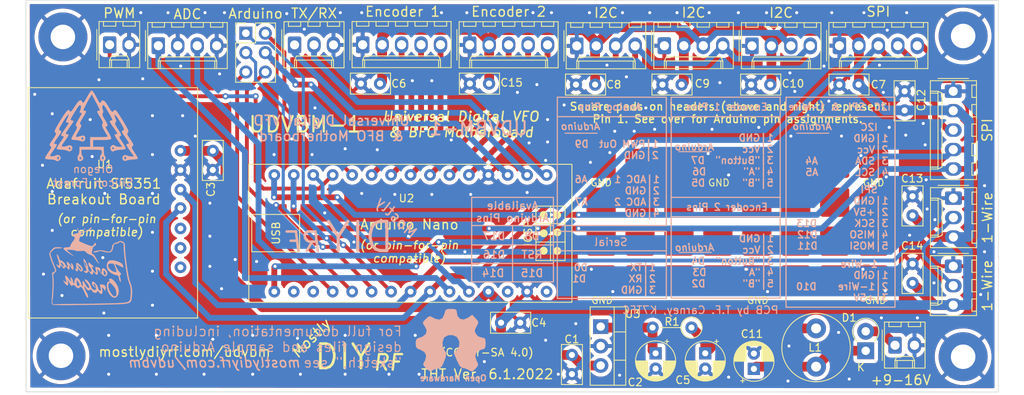
<source format=kicad_pcb>
(kicad_pcb (version 20211014) (generator pcbnew)
  (layers (0 "F.Cu" signal) (31 "B.Cu" signal) (34 "B.Paste" user) (35 "F.Paste" user) (36 "B.SilkS" user "B.Silkscreen") (37 "F.SilkS" user "F.Silkscreen") (38 "B.Mask" user) (39 "F.Mask" user) (44 "Edge.Cuts" user))
  (net 0 "")
  (net 1 "+5V")
  (net 2 "GND")
  (net 3 "Net-(C2-Pad1)")
  (net 4 "Net-(D1-Pad2)")
  (net 5 "/RST")
  (net 6 "/D8")
  (net 7 "/D9")
  (net 8 "/D14")
  (net 9 "/D15")
  (net 10 "/D16")
  (net 11 "/D17")
  (net 12 "/Raw")
  (net 13 "/SDA")
  (net 14 "/SCL")
  (net 15 "/SW1")
  (net 16 "/A(DT)1")
  (net 17 "/B(CLK)1")
  (net 18 "Net-(C5-Pad1)")
  (net 19 "Net-(C11-Pad1)")
  (net 20 "/1wire")
  (net 21 "/MOSI")
  (net 22 "/MISO")
  (net 23 "/SCK")
  (net 24 "/ADC1")
  (net 25 "/ADC2")
  (net 26 "/TX")
  (net 27 "/RX")
  (net 28 "/SW2")
  (net 29 "/A(DT)2")
  (net 30 "/B(CLK)2")
  (net 34 "/+3.3V")
  (net 35 "/AREF")
  (footprint "Capacitor_THT:CP_Radial_D5.0mm_P2.00mm" (layer "F.Cu") (at 271.598 90.040888 -90)
    (fp_text reference "C2")
    (fp_text value "10uF")
  )
  (footprint "Capacitor_THT:C_Disc_D5.0mm_W2.5mm_P2.50mm" (layer "F.Cu") (at 213.813 66.084 90)
    (fp_text reference "C3")
    (fp_text value "0.10")
  )
  (footprint "Capacitor_THT:C_Disc_D5.0mm_W2.5mm_P2.50mm" (layer "F.Cu") (at 253.925 86.043 180)
    (fp_text reference "C4")
    (fp_text value "0.10")
  )
  (footprint "Capacitor_THT:C_Disc_D5.0mm_W2.5mm_P2.50mm" (layer "F.Cu") (at 233.137 54.801)
    (fp_text reference "C6")
    (fp_text value "0.10")
  )
  (footprint "Capacitor_THT:C_Disc_D5.0mm_W2.5mm_P2.50mm" (layer "F.Cu") (at 295.586 54.928)
    (fp_text reference "C7")
    (fp_text value "0.10")
  )
  (footprint "Capacitor_THT:C_Disc_D5.0mm_W2.5mm_P2.50mm" (layer "F.Cu") (at 261.204 54.928)
    (fp_text reference "C8")
    (fp_text value "0.10")
  )
  (footprint "Capacitor_THT:C_Disc_D5.0mm_W2.5mm_P2.50mm" (layer "F.Cu") (at 272.487 54.928)
    (fp_text reference "C9")
    (fp_text value "0.10")
  )
  (footprint "Capacitor_THT:C_Disc_D5.0mm_W2.5mm_P2.50mm" (layer "F.Cu") (at 284.064 54.928)
    (fp_text reference "C10")
    (fp_text value "0.10")
  )
  (footprint "Diode_THT:D_DO-41_SOD81_P2.54mm_Vertical_KathodeUp" (layer "F.Cu") (at 299.015 89.708 90)
    (fp_text reference "D1")
    (fp_text value "1N4001")
  )
  (footprint "Connector_Molex:Molex_KK-254_AE-6410-02A_1x02_P2.54mm_Vertical" (layer "F.Cu") (at 302.84 88.984)
    (fp_text reference "J1" hide)
    (fp_text value "12VDC")
  )
  (footprint "Connector_Molex:Molex_KK-254_AE-6410-05A_1x05_P2.54mm_Vertical" (layer "F.Cu") (at 233.371 49.721)
    (fp_text reference "Encoder 1")
    (fp_text value "Rotary Encoder 1")
  )
  (footprint "Connector_Molex:Molex_KK-254_AE-6410-04A_1x04_P2.54mm_Vertical" (layer "F.Cu") (at 261.311 49.868)
    (fp_text reference "I2C")
    (fp_text value "I2C Port 1")
  )
  (footprint "Connector_Molex:Molex_KK-254_AE-6410-04A_1x04_P2.54mm_Vertical" (layer "F.Cu") (at 284.171 49.868)
    (fp_text reference "I2C")
    (fp_text value "I2C Port 3")
  )
  (footprint "Connector_Molex:Molex_KK-254_AE-6410-04A_1x04_P2.54mm_Vertical" (layer "F.Cu") (at 272.741 49.848)
    (fp_text reference "I2C")
    (fp_text value "I2C Port 2")
  )
  (footprint "Capacitor_THT:C_Disc_D5.0mm_W2.5mm_P2.50mm" (layer "F.Cu") (at 260.676 90.254 -90)
    (fp_text reference "C1")
    (fp_text value "0.10")
  )
  (footprint "bitx40:Si5351A_Adafruit" (layer "F.Cu") (at 201.339 71.183 90)
    (fp_text reference "U1")
    (fp_text value "Si5351A_Adafruit")
  )
  (footprint "Package_TO_SOT_THT:TO-220-3_Vertical" (layer "F.Cu") (at 264.43 86.551 -90)
    (fp_text reference "U3")
    (fp_text value "LM7805")
  )
  (footprint "Graphics:silicon-forest_12mm" (layer "F.Cu") (at 197.938 61.659)
    (fp_text reference "G***" hide)
    (fp_text value "LOGO" hide)
  )
  (footprint "Capacitor_THT:CP_Radial_D5.0mm_P2.00mm" (layer "F.Cu") (at 278.075 90.040888 -90)
    (fp_text reference "C5")
    (fp_text value "220uF")
  )
  (footprint "Capacitor_THT:C_Disc_D5.0mm_W2.5mm_P2.50mm" (layer "F.Cu") (at 304.095 55.799 -90)
    (fp_text reference "C12")
    (fp_text value "0.10")
  )
  (footprint "MountingHole:MountingHole_3.2mm_M3_Pad" (layer "F.Cu") (at 311.73 90.488)
    (fp_text reference "H1" hide)
    (fp_text value "Mounting_Hole_4-40")
  )
  (footprint "MountingHole:MountingHole_3.2mm_M3_Pad" (layer "F.Cu") (at 194.25 48.7)
    (fp_text reference "H2" hide)
    (fp_text value "Mounting_Hole_4-40")
  )
  (footprint "MountingHole:MountingHole_3.2mm_M3_Pad" (layer "F.Cu") (at 194.001 90.361)
    (fp_text reference "H3" hide)
    (fp_text value "Mounting_Hole_4-40")
  )
  (footprint "MountingHole:MountingHole_3.2mm_M3_Pad" (layer "F.Cu") (at 311.73 48.578)
    (fp_text reference "H4" hide)
    (fp_text value "Mounting_Hole_4-40")
  )
  (footprint "Connector_Molex:Molex_KK-254_AE-6410-03A_1x03_P2.54mm_Vertical" (layer "F.Cu") (at 310.46 69.769 -90)
    (fp_text reference "1-Wire")
    (fp_text value "One-Wire Port 1")
  )
  (footprint "Connector_Molex:Molex_KK-254_AE-6410-02A_1x02_P2.54mm_Vertical" (layer "F.Cu") (at 200.351 49.721)
    (fp_text reference "PWM")
    (fp_text value "PWM Out")
  )
  (footprint "Connector_Molex:Molex_KK-254_AE-6410-05A_1x05_P2.54mm_Vertical" (layer "F.Cu") (at 295.586 49.848)
    (fp_text reference "SPI")
    (fp_text value "SPI Port 1")
  )
  (footprint "Connector_Molex:Molex_KK-254_AE-6410-03A_1x03_P2.54mm_Vertical" (layer "F.Cu") (at 310.44 78.659 -90)
    (fp_text reference "1-Wire")
    (fp_text value "One-Wire Port 2")
  )
  (footprint "Connector_Molex:Molex_KK-254_AE-6410-05A_1x05_P2.54mm_Vertical" (layer "F.Cu") (at 310.44 55.799 -90)
    (fp_text reference "SPI")
    (fp_text value "SPI Port 2")
  )
  (footprint "Inductor_THT:L_Radial_D8.7mm_P5.00mm_Fastron_07HCP" (layer "F.Cu") (at 292.538 86.787 -90)
    (fp_text reference "L1")
    (fp_text value "1.0mH")
  )
  (footprint "Resistor_THT:R_Axial_DIN0207_L6.3mm_D2.5mm_P5.08mm_Vertical" (layer "F.Cu") (at 276.282 86.678 180)
    (fp_text reference "R1")
    (fp_text value "10")
  )
  (footprint "Capacitor_THT:CP_Radial_D5.0mm_P2.00mm" (layer "F.Cu") (at 284.425 92.078113 90)
    (fp_text reference "C11")
    (fp_text value "220uF")
  )
  (footprint "Capacitor_THT:C_Disc_D5.0mm_W2.5mm_P2.50mm" (layer "F.Cu") (at 305.126 69.525 -90)
    (fp_text reference "C13")
    (fp_text value "0.10")
  )
  (footprint "Capacitor_THT:C_Disc_D5.0mm_W2.5mm_P2.50mm" (layer "F.Cu") (at 305.126 78.35 -90)
    (fp_text reference "C14")
    (fp_text value "0.10")
  )
  (footprint "Connector_Molex:Molex_KK-254_AE-6410-04A_1x04_P2.54mm_Vertical" (layer "F.Cu") (at 206.701 49.848)
    (fp_text reference "ADC")
    (fp_text value "ADC Inputs")
  )
  (footprint "K7TFC:Isolation_Pad_0.15_Square" (layer "F.Cu") (at 264.486 65.215)
    (fp_text reference "REF**" hide)
    (fp_text value "Isolation_Pad_0.15_Square" hide)
  )
  (footprint "K7TFC:Isolation_Pad_0.15_Square" (layer "F.Cu") (at 269.566 65.215)
    (fp_text reference "REF**" hide)
    (fp_text value "Isolation_Pad_0.15_Square" hide)
  )
  (footprint "K7TFC:Isolation_Pad_0.15_Square" (layer "F.Cu") (at 274.646 65.215)
    (fp_text reference "REF**" hide)
    (fp_text value "Isolation_Pad_0.15_Square" hide)
  )
  (footprint "K7TFC:Isolation_Pad_0.15_Square" (layer "F.Cu") (at 294.966 65.215)
    (fp_text reference "REF**" hide)
    (fp_text value "Isolation_Pad_0.15_Square" hide)
  )
  (footprint "K7TFC:Isolation_Pad_0.15_Square" (layer "F.Cu") (at 300.046 65.215)
    (fp_text reference "REF**" hide)
    (fp_text value "Isolation_Pad_0.15_Square" hide)
  )
  (footprint "K7TFC:Isolation_Pad_0.15_Square" (layer "F.Cu") (at 264.486 70.295)
    (fp_text reference "REF**" hide)
    (fp_text value "Isolation_Pad_0.15_Square" hide)
  )
  (footprint "K7TFC:Isolation_Pad_0.15_Square" (layer "F.Cu") (at 269.566 70.295)
    (fp_text reference "REF**" hide)
    (fp_text value "Isolation_Pad_0.15_Square" hide)
  )
  (footprint "K7TFC:Isolation_Pad_0.15_Square" (layer "F.Cu") (at 274.646 70.295)
    (fp_text reference "REF**" hide)
    (fp_text value "Isolation_Pad_0.15_Square" hide)
  )
  (footprint "K7TFC:Isolation_Pad_0.15_Square" (layer "F.Cu") (at 294.966 70.295)
    (fp_text reference "REF**" hide)
    (fp_text value "Isolation_Pad_0.15_Square" hide)
  )
  (footprint "K7TFC:Isolation_Pad_0.15_Square" (layer "F.Cu") (at 300.046 70.295)
    (fp_text reference "REF**" hide)
    (fp_text value "Isolation_Pad_0.15_Square" hide)
  )
  (footprint "K7TFC:Isolation_Pad_0.15_Square" (layer "F.Cu") (at 264.486 75.375)
    (fp_text reference "REF**" hide)
    (fp_text value "Isolation_Pad_0.15_Square" hide)
  )
  (footprint "K7TFC:Isolation_Pad_0.15_Square" (layer "F.Cu") (at 269.566 75.375)
    (fp_text reference "REF**" hide)
    (fp_text value "Isolation_Pad_0.15_Square" hide)
  )
  (footprint "K7TFC:Isolation_Pad_0.15_Square" (layer "F.Cu") (at 274.646 75.375)
    (fp_text reference "REF**" hide)
    (fp_text value "Isolation_Pad_0.15_Square" hide)
  )
  (footprint "K7TFC:Isolation_Pad_0.15_Square" (layer "F.Cu") (at 279.726 75.375)
    (fp_text reference "REF**" hide)
    (fp_text value "Isolation_Pad_0.15_Square" hide)
  )
  (footprint "K7TFC:Isolation_Pad_0.15_Square" (layer "F.Cu") (at 284.806 75.375)
    (fp_text reference "REF**" hide)
    (fp_text value "Isolation_Pad_0.15_Square" hide)
  )
  (footprint "K7TFC:Isolation_Pad_0.15_Square" (layer "F.Cu") (at 289.886 75.375)
    (fp_text reference "REF**" hide)
    (fp_text value "Isolation_Pad_0.15_Square" hide)
  )
  (footprint "K7TFC:Isolation_Pad_0.15_Square" (layer "F.Cu") (at 294.966 75.375)
    (fp_text reference "REF**" hide)
    (fp_text value "Isolation_Pad_0.15_Square" hide)
  )
  (footprint "K7TFC:Isolation_Pad_0.15_Square" (layer "F.Cu") (at 300.046 75.375)
    (fp_text reference "REF**" hide)
    (fp_text value "Isolation_Pad_0.15_Square" hide)
  )
  (footprint "K7TFC:Isolation_Pad_0.15_Square" (layer "F.Cu") (at 264.486 80.455)
    (fp_text reference "REF**" hide)
    (fp_text value "Isolation_Pad_0.15_Square" hide)
  )
  (footprint "K7TFC:Isolation_Pad_0.15_Square" (layer "F.Cu") (at 269.566 80.455)
    (fp_text reference "REF**" hide)
    (fp_text value "Isolation_Pad_0.15_Square" hide)
  )
  (footprint "K7TFC:Isolation_Pad_0.15_Square" (layer "F.Cu") (at 274.646 80.455)
    (fp_text reference "REF**" hide)
    (fp_text value "Isolation_Pad_0.15_Square" hide)
  )
  (footprint "K7TFC:Isolation_Pad_0.15_Square" (layer "F.Cu") (at 279.726 80.455)
    (fp_text reference "REF**" hide)
    (fp_text value "Isolation_Pad_0.15_Square" hide)
  )
  (footprint "K7TFC:Isolation_Pad_0.15_Square" (layer "F.Cu") (at 284.806 80.455)
    (fp_text reference "REF**" hide)
    (fp_text value "Isolation_Pad_0.15_Square" hide)
  )
  (footprint "K7TFC:Isolation_Pad_0.15_Square" (layer "F.Cu") (at 289.886 80.455)
    (fp_text reference "REF**" hide)
    (fp_text value "Isolation_Pad_0.15_Square" hide)
  )
  (footprint "K7TFC:Isolation_Pad_0.15_Square" (layer "F.Cu") (at 294.966 80.455)
    (fp_text reference "REF**" hide)
    (fp_text value "Isolation_Pad_0.15_Square" hide)
  )
  (footprint "K7TFC:Isolation_Pad_0.15_Square" (layer "F.Cu") (at 300.046 80.455)
    (fp_text reference "REF**" hide)
    (fp_text value "Isolation_Pad_0.15_Square" hide)
  )
  (footprint "K7TFC:Isolation_Pad_0.15_Square" (layer "F.Cu") (at 279.726 65.215)
    (fp_text reference "REF**" hide)
    (fp_text value "Isolation_Pad_0.15_Square" hide)
  )
  (footprint "K7TFC:Isolation_Pad_0.15_Square" (layer "F.Cu") (at 289.886 70.295)
    (fp_text reference "REF**" hide)
    (fp_text value "Isolation_Pad_0.15_Square" hide)
  )
  (footprint "K7TFC:Isolation_Pad_0.15_Square" (layer "F.Cu") (at 289.886 65.215)
    (fp_text reference "REF**" hide)
    (fp_text value "Isolation_Pad_0.15_Square" hide)
  )
  (footprint "K7TFC:Isolation_Pad_0.15_Square" (layer "F.Cu") (at 284.806 70.295)
    (fp_text reference "REF**" hide)
    (fp_text value "Isolation_Pad_0.15_Square" hide)
  )
  (footprint "K7TFC:Isolation_Pad_0.15_Square" (layer "F.Cu") (at 279.726 70.295)
    (fp_text reference "REF**" hide)
    (fp_text value "Isolation_Pad_0.15_Square" hide)
  )
  (footprint "K7TFC:Isolation_Pad_0.15_Square" (layer "F.Cu") (at 284.806 65.215)
    (fp_text reference "REF**" hide)
    (fp_text value "Isolation_Pad_0.15_Square" hide)
  )
  (footprint "Graphics:open-hardware_9.5mm" (layer "F.Cu") (at 244.674 88.583)
    (fp_text reference "G***" hide)
    (fp_text value "LOGO" hide)
  )
  (footprint "Connector_PinHeader_2.54mm:PinHeader_2x03_P2.54mm_Vertical" (layer "F.Cu") (at 218.126 48.212)
    (fp_text reference "Arduino")
    (fp_text value "Arduino Pins")
  )
  (footprint "Connector_Molex:Molex_KK-254_AE-6410-05A_1x05_P2.54mm_Vertical" (layer "F.Cu") (at 247.341 49.741)
    (fp_text reference "Encoder 2")
    (fp_text value "Rotary Encoder 2")
  )
  (footprint "Connector_Molex:Molex_KK-254_AE-6410-03A_1x03_P2.54mm_Vertical" (layer "F.Cu") (at 224.481 49.741)
    (fp_text reference "TX/RX")
    (fp_text value "Serial RX/TX")
  )
  (footprint "UDVBM-1:Arduino_Nano" (layer "F.Cu") (at 241.753 74.359 90)
    (fp_text reference "U2")
    (fp_text value "Arduino_Nano")
  )
  (footprint "Capacitor_THT:C_Disc_D5.0mm_W2.5mm_P2.50mm" (layer "F.Cu") (at 247.361 54.801)
    (fp_text reference "C15")
    (fp_text value "0.10")
  )
  (footprint "Graphics:portland_logo_11mm" (layer "B.Cu") (at 197.938 78.677 180)
    (fp_text reference "G***" hide)
    (fp_text value "LOGO" hide)
  )
  (gr_line (start 273.63 56.579) (end 273.63 69.66) (layer "B.SilkS") (width 0.1524))
  (gr_line (start 287.854 56.579) (end 287.854 69.66) (layer "B.SilkS") (width 0.1524))
  (gr_line (start 258.771 56.579) (end 258.771 69.66) (layer "B.SilkS") (width 0.1524))
  (gr_line (start 263.978 61.278) (end 259.787 61.278) (layer "B.SilkS") (width 0.1397))
  (gr_line (start 272.995 56.579) (end 272.995 69.66) (layer "B.SilkS") (width 0.1524))
  (gr_line (start 272.995 59.119) (end 258.771 59.119) (layer "B.SilkS") (width 0.1524))
  (gr_line (start 258.771 56.579) (end 272.995 56.579) (layer "B.SilkS") (width 0.1524))
  (gr_line (start 302.84 84.011) (end 288.616 84.011) (layer "B.SilkS") (width 0.1524))
  (gr_line (start 302.84 56.579) (end 302.84 69.66) (layer "B.SilkS") (width 0.1524))
  (gr_line (start 288.616 56.579) (end 302.84 56.579) (layer "B.SilkS") (width 0.1524))
  (gr_line (start 302.84 59.119) (end 288.616 59.119) (layer "B.SilkS") (width 0.1524))
  (gr_line (start 288.616 56.579) (end 288.616 69.66) (layer "B.SilkS") (width 0.1524))
  (gr_line (start 294.204 61.278) (end 290.013 61.278) (layer "B.SilkS") (width 0.1397))
  (gr_line (start 288.616 83.884) (end 288.616 84.011) (layer "B.SilkS") (width 0.12))
  (gr_line (start 272.995 73.343) (end 258.771 73.343) (layer "B.SilkS") (width 0.1524))
  (gr_line (start 272.995 69.66) (end 272.995 73.343) (layer "B.SilkS") (width 0.1524))
  (gr_line (start 258.771 69.66) (end 258.771 73.343) (layer "B.SilkS") (width 0.1524))
  (gr_line (start 258.263 78.296) (end 247.595 78.296) (layer "B.SilkS") (width 0.1524))
  (gr_rect (start 258.263 69.66) (end 247.595 80.709) (layer "B.SilkS") (width 0.1524) (fill none))
  (gr_line (start 273.63 69.66) (end 273.63 82.741) (layer "B.SilkS") (width 0.1524))
  (gr_line (start 288.616 69.66) (end 288.616 84.011) (layer "B.SilkS") (width 0.1524))
  (gr_line (start 302.84 69.66) (end 302.84 84.011) (layer "B.SilkS") (width 0.1524))
  (gr_line (start 278.837 63.691) (end 274.646 63.691) (layer "B.SilkS") (width 0.1397))
  (gr_line (start 252.929 73.343) (end 252.929 80.709) (layer "B.SilkS") (width 0.1524))
  (gr_line (start 287.854 72.2) (end 273.663 72.2) (layer "B.SilkS") (width 0.1524))
  (gr_line (start 287.887 82.822) (end 273.663 82.822) (layer "B.SilkS") (width 0.1524))
  (gr_line (start 258.263 73.343) (end 247.595 73.343) (layer "B.SilkS") (width 0.1524))
  (gr_line (start 278.87 76.853) (end 274.679 76.853) (layer "B.SilkS") (width 0.1397))
  (gr_line (start 287.854 69.66) (end 273.63 69.66) (layer "B.SilkS") (width 0.1524))
  (gr_line (start 287.854 59.119) (end 273.63 59.119) (layer "B.SilkS") (width 0.1524))
  (gr_line (start 287.854 69.66) (end 287.854 82.741) (layer "B.SilkS") (width 0.1524))
  (gr_line (start 272.995 76.645) (end 258.771 76.645) (layer "B.SilkS") (width 0.1524))
  (gr_rect (start 272.995 74.105) (end 258.771 82.868) (layer "B.SilkS") (width 0.1524) (fill none))
  (gr_line (start 258.263 75.883) (end 247.595 75.883) (layer "B.SilkS") (width 0.1524))
  (gr_line (start 288.616 84.011) (end 288.616 83.884) (layer "B.SilkS") (width 0.12))
  (gr_line (start 273.63 56.579) (end 287.854 56.579) (layer "B.SilkS") (width 0.1524))
  (gr_line (start 189.727 55.326) (end 211.825 55.326) (layer "F.SilkS") (width 0.12))
  (gr_line (start 211.825 85.425) (end 189.727 85.425) (layer "F.SilkS") (width 0.12))
  (gr_line (start 189.727 85.425) (end 189.727 55.326) (layer "F.SilkS") (width 0.12))
  (gr_line (start 211.825 55.326) (end 211.825 85.425) (layer "F.SilkS") (width 0.12))
  (gr_line (start 316.325 43.95) (end 316.325 95.1) (layer "Edge.Cuts") (width 0.05))
  (gr_line (start 189.425 43.9) (end 316.325 43.95) (layer "Edge.Cuts") (width 0.05))
  (gr_line (start 316.325 95.1) (end 189.5 95.025) (layer "Edge.Cuts") (width 0.05))
  (gr_line (start 189.5 95.025) (end 189.425 43.9) (layer "Edge.Cuts") (width 0.05))
  (gr_rect (start 189.425 43.9) (end 316.325 95.1) (layer "Edge.Cuts") (width 0.05) (fill none))
  (gr_text "Arduino" (at 261.819 60.389) (layer "B.SilkS") (effects (font (size 0.9144 0.9144) (thickness 0.1778) italic) (justify mirror)))
  (gr_text "Analog Pins" (at 265.629 57.849) (layer "B.SilkS") (effects (font (size 0.9144 0.9144) (thickness 0.1778)) (justify mirror)))
  (gr_text "1|ADC 1     A6\n2|GND\n3|ADC 2     A7\n4|GND" (at 272.233 69.533) (layer "B.SilkS") (effects (font (size 0.9144 0.9144) (thickness 0.1778)) (justify left mirror)))
  (gr_text "Arduino" (at 292.045 60.389) (layer "B.SilkS") (effects (font (size 0.9144 0.9144) (thickness 0.1778) italic) (justify mirror)))
  (gr_text "  I2C\n1|GND\n2|Vcc\n3|SDA       A4\n4|SCL       A5" (at 302.078 63.437) (layer "B.SilkS") (effects (font (size 0.9144 0.9144) (thickness 0.1778)) (justify left mirror)))
  (gr_text "I2C, SPI, & 1-Wire" (at 295.601 57.849) (layer "B.SilkS") (effects (font (size 0.9144 0.9144) (thickness 0.1778)) (justify mirror)))
  (gr_text "  1-Wire\n1|GND\n2|1-Wire    D10\n3|+5V" (at 302.078 80.582) (layer "B.SilkS") (effects (font (size 0.9144 0.9144) (thickness 0.1778)) (justify left mirror)))
  (gr_text "1|PWM Out  D9\n2|GND" (at 272.106 63.437) (layer "B.SilkS") (effects (font (size 0.9144 0.9144) (thickness 0.1778)) (justify left mirror)))
  (gr_text "Serial" (at 265.756 75.502) (layer "B.SilkS") (effects (font (size 1 1)) (justify mirror)))
  (gr_text "RF" (at 225.751 75.502) (layer "B.SilkS") (effects (font (size 2.54 2.54) (thickness 0.3302) italic) (justify mirror)))
  (gr_text "Universal Digital VFO\n& BFO Motherboard" (at 229.307 60.643) (layer "B.SilkS") (effects (font (size 1.27 1.27) (thickness 0.2032)) (justify mirror)))
  (gr_text "Mostly" (at 237.816 72.327 -45) (layer "B.SilkS") (effects (font (size 1.4224 1.4224) (thickness 0.2032) italic) (justify mirror)))
  (gr_text "Arduino" (at 276.678 63.056) (layer "B.SilkS") (effects (font (size 0.9144 0.9144) (thickness 0.1778) italic) (justify mirror)))
  (gr_text "Open Hardware" (at 245.182 93.282) (layer "B.SilkS") (effects (font (size 0.762 0.762) (thickness 0.1778)) (justify mirror)))
  (gr_text "1|GND\n2|Vcc\n3|{dblquote}Button{dblquote}  D7\n4|{dblquote}A{dblquote}       D6\n5|{dblquote}B{dblquote}       D5" (at 287.092 64.834) (layer "B.SilkS") (effects (font (size 0.9144 0.9144) (thickness 0.1778)) (justify left mirror)))
  (gr_text "D16" (at 250.516 77.153) (layer "B.SilkS") (effects (font (size 1 1) (thickness 0.1778)) (justify mirror)))
  (gr_text "PCB by T.F. Carney, K7TFC" (at 277.44 84.392) (layer "B.SilkS") (effects (font (size 1 1)) (justify mirror)))
  (gr_text "DIY" (at 232.99 74.867) (layer "B.SilkS") (effects (font (size 3.81 3.81) (thickness 0.4064)) (justify mirror)))
  (gr_text "\n1|TX        D0\n2|RX        D1\n3|GND" (at 271.725 79.566) (layer "B.SilkS") (effects (font (size 0.9144 0.9144) (thickness 0.1778)) (justify left mirror)))
  (gr_text "D15" (at 255.469 79.566) (layer "B.SilkS") (effects (font (size 1 1) (thickness 0.1778)) (justify mirror)))
  (gr_text "Available\nArduino Pins" (at 252.929 71.565) (layer "B.SilkS") (effects (font (size 1 1) (thickness 0.1778)) (justify mirror)))
  (gr_text "1|GND\n2|Vcc\n3|{dblquote}Button{dblquote}  D4\n4|{dblquote}A{dblquote}       D3\n5|{dblquote}B{dblquote}       D2" (at 287.125 77.996) (layer "B.SilkS") (effects (font (size 0.9144 0.9144) (thickness 0.1778)) (justify left mirror)))
  (gr_text "  SPI\n1|GND\n2|+5V\n3|SCK       D13\n4|MISO      D12\n5|MOSI      D11" (at 302.078 72.327) (layer "B.SilkS") (effects (font (size 0.9144 0.9144) (thickness 0.1778)) (justify left mirror)))
  (gr_text "mostlydiyrf.com/udvbm" (at 214.067 91.25) (layer "B.SilkS") (effects (font (size 1.27 1.27) (thickness 0.2032) italic) (justify mirror)))
  (gr_text "RST" (at 255.469 77.153) (layer "B.SilkS") (effects (font (size 1 1) (thickness 0.1778)) (justify mirror)))
  (gr_text "Encoder 2 Pins" (at 280.902 70.93) (layer "B.SilkS") (effects (font (size 0.9144 0.9144) (thickness 0.1778)) (justify mirror)))
  (gr_text "UDVBM-1" (at 248.484 60.643) (layer "B.SilkS") (effects (font (size 1.778 1.778) (thickness 0.254)) (justify mirror)))
  (gr_text "D8" (at 255.469 74.74) (layer "B.SilkS") (effects (font (size 1 1) (thickness 0.1778)) (justify mirror)))
  (gr_text "D14" (at 250.389 79.566) (layer "B.SilkS") (effects (font (size 1 1) (thickness 0.1778)) (justify mirror)))
  (gr_text "Arduino" (at 276.711 76.218) (layer "B.SilkS") (effects (font (size 0.9144 0.9144) (thickness 0.1778) italic) (justify mirror)))
  (gr_text "D17" (at 250.516 74.74) (layer "B.SilkS") (effects (font (size 1 1) (thickness 0.1778)) (justify mirror)))
  (gr_text "For full documentation, including\ndesign files and sample Arduino\n{dblquote}sketch,{dblquote} see" (at 238.578 89.218) (layer "B.SilkS") (effects (font (size 1.27 1.27)) (justify left mirror)))
  (gr_text "Encoder 1 Pins" (at 280.869 57.849) (layer "B.SilkS") (effects (font (size 0.9144 0.9144) (thickness 0.1778)) (justify mirror)))
  (gr_text "Universal Digital VFO\n& BFO Motherboard" (at 246.198 60.135) (layer "F.SilkS") (effects (font (size 1.27 1.27) (thickness 0.2032) italic)))
  (gr_text "GND" (at 300.3 83.122) (layer "F.SilkS") (effects (font (size 0.9144 0.9144) (thickness 0.127))))
  (gr_text "GND" (at 264.613 83.122) (layer "F.SilkS") (effects (font (size 0.9144 0.9144) (thickness 0.127))))
  (gr_text "GND" (at 264.486 67.755) (layer "F.SilkS") (effects (font (size 0.9144 0.9144) (thickness 0.127))))
  (gr_text "GND" (at 300.046 67.755) (layer "F.SilkS") (effects (font (size 0.9144 0.9144) (thickness 0.127))))
  (gr_text "GND" (at 279.853 67.755) (layer "F.SilkS") (effects (font (size 0.9144 0.9144) (thickness 0.127))))
  (gr_text "UDVBM-1" (at 225.878 60.135) (layer "F.SilkS") (effects (font (size 2.032 2.032) (thickness 0.2794))))
  (gr_text "Square pads on headers (above and right) represent\nPin 1. See over for Arduino pin assignments." (at 280.996 58.611) (layer "F.SilkS") (effects (font (size 1.016 1.016) (thickness 0.1778))))
  (gr_text "(CC BY-SA 4.0)" (at 249.596 89.93) (layer "F.SilkS") (effects (font (size 1 1))))
  (gr_text "RF" (at 236.673 91.25) (layer "F.SilkS") (effects (font (size 2.032 2.032) (thickness 0.3048) italic)))
  (gr_text "Mostly" (at 226.64 88.075 45) (layer "F.SilkS") (effects (font (size 1.3208 1.3208) (thickness 0.2032) italic)))
  (gr_text "Arduino Nano" (at 239.467 73.216) (layer "F.SilkS") (effects (font (size 1.27 1.27) (thickness 0.1778))))
  (gr_text "Adafruit Si5351\nBreakout Board" (at 199.589 68.898) (layer "F.SilkS") (effects (font (size 1.27 1.27) (thickness 0.1778))))
  (gr_text "(or pin-for-pin\ncompatible)" (at 199.97 73.343) (layer "F.SilkS") (effects (font (size 1.0668 1.0668) (thickness 0.1651) italic)))
  (gr_text "+9-16V" (at 303.602 93.536) (layer "F.SilkS") (effects (font (size 1.27 1.27) (thickness 0.1778))))
  (gr_text "(or pin-for-pin\ncompatible)" (at 239.467 76.772) (layer "F.SilkS") (effects (font (size 1.0668 1.0668) (thickness 0.1651) italic)))
  (gr_text "mostlydiyrf.com/udvbm" (at 210.13 89.853) (layer "F.SilkS") (effects (font (size 1.27 1.27) (thickness 0.1778))))
  (gr_text "DIY" (at 230.8 90.5) (layer "F.SilkS") (effects (font (size 3.175 3.175) (thickness 0.3556))))
  (gr_text "THT Ver. 6.1.2022" (at 249.627 92.774) (layer "F.SilkS") (effects (font (size 1.27 1.27) (thickness 0.1778))))
  (gr_text "GND" (at 284.933 83.122) (layer "F.SilkS") (effects (font (size 0.9144 0.9144) (thickness 0.127))))
  (segment (start 275.281 48.324) (end 275.281 49.848) (width 1.27) (layer "F.Cu") (net 1))
  (segment (start 285.48496 47.91348) (end 286.711 49.13952) (width 1.27) (layer "F.Cu") (net 1))
  (segment (start 213.813 63.584) (end 209.615 63.584) (width 1.27) (layer "F.Cu") (net 1))
  (segment (start 264.43 91.631) (end 262.053 91.631) (width 1.27) (layer "F.Cu") (net 1))
  (segment (start 275.281 49.848) (end 275.281 54.634) (width 1.27) (layer "F.Cu") (net 1))
  (segment (start 263.704 54.928) (end 263.704 50.015) (width 1.27) (layer "F.Cu") (net 1))
  (segment (start 263.851 49.868) (end 263.851 49.404257) (width 1.27) (layer "F.Cu") (net 1))
  (segment (start 251.425 87.714) (end 251.425 86.043) (width 1.27) (layer "F.Cu") (net 1))
  (segment (start 297.03196 47.91848) (end 298.126 49.01252) (width 1.27) (layer "F.Cu") (net 1))
  (segment (start 249.881 54.781) (end 249.861 54.801) (width 1.27) (layer "F.Cu") (net 1))
  (segment (start 277.114965 47.91348) (end 285.48496 47.91348) (width 1.27) (layer "F.Cu") (net 1))
  (segment (start 235.911 54.527) (end 235.637 54.801) (width 1.27) (layer "F.Cu") (net 1))
  (segment (start 286.711 54.781) (end 286.564 54.928) (width 1.27) (layer "F.Cu") (net 1))
  (segment (start 275.281 49.848) (end 275.281 49.747445) (width 1.27) (layer "F.Cu") (net 1))
  (segment (start 249.881 49.282258) (end 248.385222 47.78648) (width 1.27) (layer "F.Cu") (net 1))
  (segment (start 274.392 47.435) (end 275.281 48.324) (width 1.27) (layer "F.Cu") (net 1))
  (segment (start 209.615 63.584) (end 209.594 63.563) (width 1.27) (layer "F.Cu") (net 1))
  (segment (start 310.44 83.739) (end 308.015 83.739) (width 1.27) (layer "F.Cu") (net 1))
  (segment (start 251.425 86.043) (end 251.425 83.6246) (width 1.27) (layer "F.Cu") (net 1))
  (segment (start 298.126 54.888) (end 298.086 54.928) (width 1.27) (layer "F.Cu") (net 1))
  (segment (start 220.29 84.011) (end 215.464 79.185) (width 1.27) (layer "F.Cu") (net 1))
  (segment (start 235.911 49.721) (end 235.911 54.527) (width 1.27) (layer "F.Cu") (net 1))
  (segment (start 215.464 65.235) (end 213.813 63.584) (width 1.27) (layer "F.Cu") (net 1))
  (segment (start 286.711 49.13952) (end 286.711 49.868) (width 1.27) (layer "F.Cu") (net 1))
  (segment (start 307.95 74.849) (end 310.46 74.849) (width 1.27) (layer "F.Cu") (net 1))
  (segment (start 249.881 49.741) (end 249.881 49.282258) (width 1.27) (layer "F.Cu") (net 1))
  (segment (start 248.385222 47.78648) (end 236.70252 47.78648) (width 1.27) (layer "F.Cu") (net 1))
  (segment (start 286.711 49.868) (end 286.711 54.781) (width 1.27) (layer "F.Cu") (net 1))
  (segment (start 247.7474 84.011) (end 220.29 84.011) (width 1.27) (layer "F.Cu") (net 1))
  (segment (start 286.711 49.767445) (end 288.559965 47.91848) (width 1.27) (layer "F.Cu") (net 1))
  (segment (start 251.08204 47.81148) (end 249.881 49.01252) (width 1.27) (layer "F.Cu") (net 1))
  (segment (start 215.464 79.185) (end 215.464 65.235) (width 1.27) (layer "F.Cu") (net 1))
  (segment (start 266.054 47.435) (end 274.392 47.435) (width 1.27) (layer "F.Cu") (net 1))
  (segment (start 275.281 54.634) (end 274.987 54.928) (width 1.27) (layer "F.Cu") (net 1))
  (segment (start 286.711 49.868) (end 286.711 49.767445) (width 1.27) (layer "F.Cu") (net 1))
  (segment (start 262.053 91.631) (end 260.676 90.254) (width 1.27) (layer "F.Cu") (net 1))
  (segment (start 249.7794 81.979) (end 247.7474 84.011) (width 1.27) (layer "F.Cu") (net 1))
  (segment (start 260.676 90.254) (end 253.965 90.254) (width 1.27) (layer "F.Cu") (net 1))
  (segment (start 263.851 49.404257) (end 262.258223 47.81148) (width 1.27) (layer "F.Cu") (net 1))
  (segment (start 263.851 49.868) (end 263.851 49.638) (width 1.27) (layer "F.Cu") (net 1))
  (segment (start 308.015 83.739) (end 305.126 80.85) (width 1.27) (layer "F.Cu") (net 1))
  (segment (start 249.881 49.741) (end 249.881 54.781) (width 1.27) (layer "F.Cu") (net 1))
  (segment (start 251.425 83.6246) (end 249.7794 81.979) (width 1.27) (layer "F.Cu") (net 1))
  (segment (start 235.911 48.578) (end 235.911 49.721) (width 1.27) (layer "F.Cu") (net 1))
  (segment (start 236.70252 47.78648) (end 235.911 48.578) (width 1.27) (layer "F.Cu") (net 1))
  (segment (start 263.851 49.638) (end 266.054 47.435) (width 1.27) (layer "F.Cu") (net 1))
  (segment (start 288.559965 47.91848) (end 297.03196 47.91848) (width 1.27) (layer "F.Cu") (net 1))
  (segment (start 275.281 49.747445) (end 277.114965 47.91348) (width 1.27) (layer "F.Cu") (net 1))
  (segment (start 262.258223 47.81148) (end 251.08204 47.81148) (width 1.27) (layer "F.Cu") (net 1))
  (segment (start 307.95 74.849) (end 305.126 72.025) (width 1.27) (layer "F.Cu") (net 1))
  (segment (start 298.126 49.01252) (end 298.126 49.848) (width 1.27) (layer "F.Cu") (net 1))
  (segment (start 249.881 49.01252) (end 249.881 49.741) (width 1.27) (layer "F.Cu") (net 1))
  (segment (start 298.126 49.848) (end 298.126 54.888) (width 1.27) (layer "F.Cu") (net 1))
  (segment (start 253.965 90.254) (end 251.425 87.714) (width 1.27) (layer "F.Cu") (net 1))
  (segment (start 263.704 50.015) (end 263.851 49.868) (width 1.27) (layer "F.Cu") (net 1))
  (segment (start 298.141 54.928) (end 301.512 58.299) (width 1.27) (layer "B.Cu") (net 1))
  (segment (start 253.729 83.739) (end 251.425 86.043) (width 1.27) (layer "B.Cu") (net 1))
  (segment (start 310.4 58.299) (end 310.44 58.339) (width 0.762) (layer "B.Cu") (net 1))
  (segment (start 311.077 58.339) (end 312.492 59.754) (width 1.27) (layer "B.Cu") (net 1))
  (segment (start 298.086 54.928) (end 298.141 54.928) (width 1.27) (layer "B.Cu") (net 1))
  (segment (start 310.44 83.739) (end 253.729 83.739) (width 1.27) (layer "B.Cu") (net 1))
  (segment (start 312.36952 76.75852) (end 310.46 74.849) (width 1.27) (layer "B.Cu") (net 1))
  (segment (start 312.492 74.732) (end 312.375 74.849) (width 1.27) (layer "B.Cu") (net 1))
  (segment (start 312.492 59.754) (end 312.492 74.732) (width 1.27) (layer "B.Cu") (net 1))
  (segment (start 310.44 83.739) (end 312.355 83.739) (width 1.27) (layer "B.Cu") (net 1))
  (segment (start 312.355 83.739) (end 312.36952 83.72448) (width 1.27) (layer "B.Cu") (net 1))
  (segment (start 312.375 74.849) (end 310.46 74.849) (width 1.27) (layer "B.Cu") (net 1))
  (segment (start 310.535555 58.339) (end 311.077 58.339) (width 1.27) (layer "B.Cu") (net 1))
  (segment (start 301.512 58.299) (end 304.095 58.299) (width 1.27) (layer "B.Cu") (net 1))
  (segment (start 312.36952 83.72448) (end 312.36952 76.75852) (width 1.27) (layer "B.Cu") (net 1))
  (segment (start 304.095 58.299) (end 310.4 58.299) (width 1.27) (layer "B.Cu") (net 1))
  (segment (start 226.767 64.072) (end 221.814 64.072) (width 1.27) (layer "F.Cu") (net 2))
  (via (at 225.751 47.689) (size 0.8) (drill 0.4) (layers "F.Cu" "B.Cu") (net 2))
  (via (at 298.395 64.199) (size 0.8) (drill 0.4) (layers "F.Cu" "B.Cu") (net 2))
  (via (at 258.009 45.53) (size 0.8) (drill 0.4) (layers "F.Cu" "B.Cu") (net 2))
  (via (at 227.148 57.976) (size 0.8) (drill 0.4) (layers "F.Cu" "B.Cu") (net 2))
  (via (at 200.224 92.774) (size 0.8) (drill 0.4) (layers "F.Cu" "B.Cu") (net 2))
  (via (at 314.524 76.772) (size 0.8) (drill 0.4) (layers "F.Cu" "B.Cu") (net 2))
  (via (at 199.462 77.534) (size 0.8) (drill 0.4) (layers "F.Cu" "B.Cu") (net 2))
  (via (at 286.203 81.979) (size 0.8) (drill 0.4) (layers "F.Cu" "B.Cu") (net 2))
  (via (at 274.392 45.53) (size 0.8) (drill 0.4) (layers "F.Cu" "B.Cu") (net 2))
  (via (at 207.971 45.53) (size 0.8) (drill 0.4) (layers "F.Cu" "B.Cu") (net 2))
  (via (at 306.523 60.008) (size 0.8) (drill 0.4) (layers "F.Cu" "B.Cu") (net 2))
  (via (at 314.524 68.136) (size 0.8) (drill 0.4) (layers "F.Cu" "B.Cu") (net 2))
  (via (at 301.316 55.944) (size 0.8) (drill 0.4) (layers "F.Cu" "B.Cu") (net 2))
  (via (at 289.251 61.659) (size 0.8) (drill 0.4) (layers "F.Cu" "B.Cu") (net 2))
  (via (at 205.939 69.152) (size 0.8) (drill 0.4) (layers "F.Cu" "B.Cu") (net 2))
  (via (at 270.328 57.976) (size 0.8) (drill 0.4) (layers "F.Cu" "B.Cu") (net 2))
  (via (at 282.393 45.53) (size 0.8) (drill 0.4) (layers "F.Cu" "B.Cu") (net 2))
  (via (at 209.876 58.992) (size 0.8) (drill 0.4) (layers "F.Cu" "B.Cu") (net 2))
  (via (at 258.898 92.774) (size 0.8) (drill 0.4) (layers "F.Cu" "B.Cu") (net 2))
  (via (at 199.589 84.773) (size 0.8) (drill 0.4) (layers "F.Cu" "B.Cu") (net 2))
  (via (at 246.706 76.772) (size 0.8) (drill 0.4) (layers "F.Cu" "B.Cu") (net 2))
  (via (at 307.92 80.836) (size 0.8) (drill 0.4) (layers "F.Cu" "B.Cu") (net 2))
  (via (at 222.068 70.676) (size 0.8) (drill 0.4) (layers "F.Cu" "B.Cu") (net 2))
  (via (at 286.076 45.53) (size 0.8) (drill 0.4) (layers "F.Cu" "B.Cu") (net 2))
  (via (at 236.8 92.774) (size 0.8) (drill 0.4) (layers "F.Cu" "B.Cu") (net 2))
  (via (at 278.456 63.945) (size 0.8) (drill 0.4) (layers "F.Cu" "B.Cu") (net 2))
  (via (at 226.767 64.072) (size 0.8) (drill 0.4) (layers "F.Cu" "B.Cu") (net 2))
  (via (at 231.085 87.694) (size 0.8) (drill 0.4) (layers "F.Cu" "B.Cu") (net 2))
  (via (at 306.904 67.374) (size 0.8) (drill 0.4) (layers "F.Cu" "B.Cu") (net 2))
  (via (at 288.87 93.663) (size 0.8) (drill 0.4) (layers "F.Cu" "B.Cu") (net 2))
  (via (at 198.954 54.293) (size 0.8) (drill 0.4) (layers "F.Cu" "B.Cu") (net 2))
  (via (at 257.501 62.421) (size 0.8) (drill 0.4) (layers "F.Cu" "B.Cu") (net 2))
  (via (at 259.66 57.595) (size 0.8) (drill 0.4) (layers "F.Cu" "B.Cu") (net 2))
  (via (at 192.858 68.898) (size 0.8) (drill 0.4) (layers "F.Cu" "B.Cu") (net 2))
  (via (at 304.364 45.53) (size 0.8) (drill 0.4) (layers "F.Cu" "B.Cu") (net 2))
  (via (at 223.465 45.657) (size 0.8) (drill 0.4) (layers "F.Cu" "B.Cu") (net 2))
  (via (at 279.98 54.674) (size 0.8) (drill 0.4) (layers "F.Cu" "B.Cu") (net 2))
  (via (at 267.788 53.912) (size 0.8) (drill 0.4) (layers "F.Cu" "B.Cu") (net 2))
  (via (at 257.501 59.5) (size 0.8) (drill 0.4) (layers "F.Cu" "B.Cu") (net 2))
  (via (at 267.28 45.53) (size 0.8) (drill 0.4) (layers "F.Cu" "B.Cu") (net 2))
  (via (at 191.715 79.693) (size 0.8) (drill 0.4) (layers "F.Cu" "B.Cu") (net 2))
  (via (at 300.808 52.388) (size 0.8) (drill 0.4) (layers "F.Cu" "B.Cu") (net 2))
  (via (at 191.588 65.469) (size 0.8) (drill 0.4) (layers "F.Cu" "B.Cu") (net 2))
  (via (at 263.089 65.088) (size 0.8) (drill 0.4) (layers "F.Cu" "B.Cu") (net 2))
  (via (at 214.702 53.531) (size 0.8) (drill 0.4) (layers "F.Cu" "B.Cu") (net 2))
  (via (at 295.855 61.659) (size 0.8) (drill 0.4) (layers "F.Cu" "B.Cu") (net 2))
  (via (at 304.745 74.613) (size 0.8) (drill 0.4) (layers "F.Cu" "B.Cu") (net 2))
  (via (at 231.085 92.774) (size 0.8) (drill 0.4) (layers "F.Cu" "B.Cu") (net 2))
  (via (at 270.836 45.53) (size 0.8) (drill 0.4) (layers "F.Cu" "B.Cu") (net 2))
  (via (at 204.415 45.53) (size 0.8) (drill 0.4) (layers "F.Cu" "B.Cu") (net 2))
  (via (at 192.858 58.738) (size 0.8) (drill 0.4) (layers "F.Cu" "B.Cu") (net 2))
  (via (at 307.031 71.184) (size 0.8) (drill 0.4) (layers "F.Cu" "B.Cu") (net 2))
  (via (at 296.871 93.409) (size 0.8) (drill 0.4) (layers "F.Cu" "B.Cu") (net 2))
  (via (at 214.956 81.598) (size 0.8) (drill 0.4) (layers "F.Cu" "B.Cu") (net 2))
  (via (at 308.047 72.581) (size 0.8) (drill 0.4) (layers "F.Cu" "B.Cu") (net 2))
  (via (at 213.813 88.202) (size 0.8) (drill 0.4) (layers "F.Cu" "B.Cu") (net 2))
  (via (at 283.409 79.058) (size 0.8) (drill 0.4) (layers "F.Cu" "B.Cu") (net 2))
  (via (at 221.814 64.072) (size 0.8) (drill 0.4) (layers "F.Cu" "B.Cu") (net 2))
  (via (at 231.085 63.31) (size 0.8) (drill 0.4) (layers "F.Cu" "B.Cu") (net 2))
  (via (at 205.939 74.232) (size 0.8) (drill 0.4) (layers "F.Cu" "B.Cu") (net 2))
  (via (at 205.939 58.992) (size 0.8) (drill 0.4) (layers "F.Cu" "B.Cu") (net 2))
  (via (at 213.432 70.422) (size 0.8) (drill 0.4) (layers "F.Cu" "B.Cu") (net 2))
  (via (at 205.939 64.072) (size 0.8) (drill 0.4) (layers "F.Cu" "B.Cu") (net 2))
  (via (at 197.811 59.5) (size 0.8) (drill 0.4) (layers "F.Cu" "B.Cu") (net 2))
  (via (at 266.01 81.979) (size 0.8) (drill 0.4) (layers "F.Cu" "B.Cu") (net 2))
  (via (at 281.123 93.155) (size 0.8) (drill 0.4) (layers "F.Cu" "B.Cu") (net 2))
  (via (at 243.658 45.53) (size 0.8) (drill 0.4) (layers "F.Cu" "B.Cu") (net 2))
  (via (at 209.622 52.515) (size 0.8) (drill 0.4) (layers "F.Cu" "B.Cu") (net 2))
  (via (at 304.237 61.532) (size 0.8) (drill 0.4) (layers "F.Cu" "B.Cu") (net 2))
  (via (at 255.088 62.548) (size 0.8) (drill 0.4) (layers "F.Cu" "B.Cu") (net 2))
  (via (at 233.244 45.53) (size 0.8) (drill 0.4) (layers "F.Cu" "B.Cu") (net 2))
  (via (at 240.229 87.694) (size 0.8) (drill 0.4) (layers "F.Cu" "B.Cu") (net 2))
  (via (at 298.649 79.058) (size 0.8) (drill 0.4) (layers "F.Cu" "B.Cu") (net 2))
  (via (at 268.804 61.024) (size 0.8) (drill 0.4) (layers "F.Cu" "B.Cu") (net 2))
  (via (at 206.447 92.774) (size 0.8) (drill 0.4) (layers "F.Cu" "B.Cu") (net 2))
  (via (at 224.862 88.075) (size 0.8) (drill 0.4) (layers "F.Cu" "B.Cu") (net 2))
  (via (at 233.244 69.152) (size 0.8) (drill 0.4) (layers "F.Cu" "B.Cu") (net 2))
  (via (at 242.388 69.279) (size 0.8) (drill 0.4) (layers "F.Cu" "B.Cu") (net 2))
  (via (at 263.216 79.058) (size 0.8) (drill 0.4) (layers "F.Cu" "B.Cu") (net 2))
  (via (at 199.716 69.152) (size 0.8) (drill 0.4) (layers "F.Cu" "B.Cu") (net 2))
  (via (at 265.248 52.388) (size 0.8) (drill 0.4) (layers "F.Cu" "B.Cu") (net 2))
  (via (at 216.734 77.788) (size 0.8) (drill 0.4) (layers "F.Cu" "B.Cu") (net 2))
  (via (at 293.569 52.515) (size 0.8) (drill 0.4) (layers "F.Cu" "B.Cu") (net 2))
  (via (at 198.065 64.326) (size 0.8) (drill 0.4) (layers "F.Cu" "B.Cu") (net 2))
  (via (at 278.583 45.53) (size 0.8) (drill 0.4) (layers "F.Cu" "B.Cu") (net 2))
  (via (at 211.527 61.659) (size 0.8) (drill 0.4) (layers "F.Cu" "B.Cu") (net 2))
  (via (at 290.013 45.53) (size 0.8) (drill 0.4) (layers "F.Cu" "B.Cu") (net 2))
  (via (at 289.759 55.817) (size 0.8) (drill 0.4) (layers "F.Cu" "B.Cu") (net 2))
  (via (at 262.962 45.53) (size 0.8) (drill 0.4) (layers "F.Cu" "B.Cu") (net 2))
  (via (at 246.96 45.53) (size 0.8) (drill 0.4) (layers "F.Cu" "B.Cu") (net 2))
  (via (at 190.572 56.198) (size 0.8) (drill 0.4) (layers "F.Cu" "B.Cu") (net 2))
  (via (at 255.596 45.53) (size 0.8) (drill 0.4) (layers "F.Cu" "B.Cu") (net 2))
  (via (at 301.824 47.816) (size 0.8) (drill 0.4) (layers "F.Cu" "B.Cu") (net 2))
  (via (at 298.776 45.53) (size 0.8) (drill 0.4) (layers "F.Cu" "B.Cu") (net 2))
  (via (at 301.062 85.408) (size 0.8) (drill 0.4) (layers "F.Cu" "B.Cu") (net 2))
  (via (at 200.224 87.694) (size 0.8) (drill 0.4) (layers "F.Cu" "B.Cu") (net 2))
  (via (at 244.928 62.167) (size 0.8) (drill 0.4) (layers "F.Cu" "B.Cu") (net 2))
  (via (at 204.669 54.166) (size 0.8) (drill 0.4) (layers "F.Cu" "B.Cu") (net 2))
  (via (at 215.337 45.53) (size 0.8) (drill 0.4) (layers "F.Cu" "B.Cu") (net 2))
  (via (at 253.564 55.944) (size 0.8) (drill 0.4) (layers "F.Cu" "B.Cu") (net 2))
  (via (at 314.016 82.36) (size 0.8) (drill 0.4) (layers "F.Cu" "B.Cu") (net 2))
  (via (at 265.629 63.818) (size 0.8) (drill 0.4) (layers "F.Cu" "B.Cu") (net 2))
  (via (at 228.418 71.692) (size 0.8) (drill 0.4) (layers "F.Cu" "B.Cu") (net 2))
  (via (at 271.471 60.77) (size 0.8) (drill 0.4) (layers "F.Cu" "B.Cu") (net 2))
  (via (at 219.02 92.774) (size 0.8) (drill 0.4) (layers "F.Cu" "B.Cu") (net 2))
  (via (at 219.02 87.694) (size 0.8) (drill 0.4) (layers "F.Cu" "B.Cu") (net 2))
  (via (at 232.228 75.502) (size 0.8) (drill 0.4) (layers "F.Cu" "B.Cu") (net 2))
  (via (at 288.997 89.091) (size 0.8) (drill 0.4) (layers "F.Cu" "B.Cu") (net 2))
  (via (at 295.474 87.313) (size 0.8) (drill 0.4) (layers "F.Cu" "B.Cu") (net 2))
  (via (at 285.06 60.516) (size 0.8) (drill 0.4) (layers "F.Cu" "B.Cu") (net 2))
  (via (at 212.797 45.53) (size 0.8) (drill 0.4) (layers "F.Cu" "B.Cu") (net 2))
  (via (at 247.468 69.279) (size 0.8) (drill 0.4) (layers "F.Cu" "B.Cu") (net 2))
  (via (at 213.432 78.677) (size 0.8) (drill 0.4) (layers "F.Cu" "B.Cu") (net 2))
  (via (at 301.57 81.852) (size 0.8) (drill 0.4) (layers "F.Cu" "B.Cu") (net 2))
  (via (at 278.964 60.77) (size 0.8) (drill 0.4) (layers "F.Cu" "B.Cu") (net 2))
  (via (at 302.078 60.516) (size 0.8) (drill 0.4) (layers "F.Cu" "B.Cu") (net 2))
  (via (at 225.243 92.774) (size 0.8) (drill 0.4) (layers "F.Cu" "B.Cu") (net 2))
  (via (at 305.761 85.408) (size 0.8) (drill 0.4) (layers "F.Cu" "B.Cu") (net 2))
  (via (at 224.1 62.04) (size 0.8) (drill 0.4) (layers "F.Cu" "B.Cu") (net 2))
  (via (at 194.128 82.487) (size 0.8) (drill 0.4) (layers "F.Cu" "B.Cu") (net 2))
  (via (at 219.528 78.042) (size 0.8) (drill 0.4) (layers "F.Cu" "B.Cu") (net 2))
  (via (at 261.184 86.17) (size 0.8) (drill 0.4) (layers "F.Cu" "B.Cu") (net 2))
  (via (at 213.432 74.74) (size 0.8) (drill 0.4) (layers "F.Cu" "B.Cu") (net 2))
  (via (at 294.585 45.53) (size 0.8) (drill 0.4) (layers "F.Cu" "B.Cu") (net 2))
  (via (at 249.246 91.123) (size 0.8) (drill 0.4) (layers "F.Cu" "B.Cu") (net 2))
  (via (at 257.247 88.329) (size 0.8) (drill 0.4) (layers "F.Cu" "B.Cu") (net 2))
  (via (at 257.247 64.834) (size 0.8) (drill 0.4) (layers "F.Cu" "B.Cu") (net 2))
  (via (at 301.697 66.993) (size 0.8) (drill 0.4) (layers "F.Cu" "B.Cu") (net 2))
  (via (at 266.899 92.901) (size 0.8) (drill 0.4) (layers "F.Cu" "B.Cu") (net 2))
  (via (at 205.939 83.757) (size 0.8) (drill 0.4) (layers "F.Cu" "B.Cu") (net 2))
  (via (at 294.204 57.087) (size 0.8) (drill 0.4) (layers "F.Cu" "B.Cu") (net 2))
  (via (at 230.45 45.53) (size 0.8) (drill 0.4) (layers "F.Cu" "B.Cu") (net 2))
  (via (at 254.834 69.025) (size 0.8) (drill 0.4) (layers "F.Cu" "B.Cu") (net 2))
  (via (at 235.276 63.437) (size 0.8) (drill 0.4) (layers "F.Cu" "B.Cu") (net 2))
  (via (at 242.388 54.42) (size 0.8) (drill 0.4) (layers "F.Cu" "B.Cu") (net 2))
  (via (at 256.104 54.928) (size 0.8) (drill 0.4) (layers "F.Cu" "B.Cu") (net 2))
  (via (at 206.447 87.694) (size 0.8) (drill 0.4) (layers "F.Cu" "B.Cu") (net 2))
  (via (at 266.264 61.024) (size 0.8) (drill 0.4) (layers "F.Cu" "B.Cu") (net 2))
  (via (at 237.562 69.279) (size 0.8) (drill 0.4) (layers "F.Cu" "B.Cu") (net 2))
  (via (at 192.858 73.978) (size 0.8) (drill 0.4) (layers "F.Cu" "B.Cu") (net 2))
  (via (at 239.34 74.74) (size 0.8) (drill 0.4) (layers "F.Cu" "B.Cu") (net 2))
  (via (at 228.672 74.994) (size 0.8) (drill 0.4) (layers "F.Cu" "B.Cu") (net 2))
  (via (at 239.848 54.42) (size 0.8) (drill 0.4) (layers "F.Cu" "B.Cu") (net 2))
  (via (at 281.123 66.739) (size 0.8) (drill 0.4) (layers "F.Cu" "B.Cu") (net 2))
  (via (at 212.67 92.774) (size 0.8) (drill 0.4) (layers "F.Cu" "B.Cu") (net 2))
  (via (at 306.777 62.802) (size 0.8) (drill 0.4) (layers "F.Cu" "B.Cu") (net 2))
  (via (at 289.124 53.404) (size 0.8) (drill 0.4) (layers "F.Cu" "B.Cu") (net 2))
  (via (at 307.92 76.772) (size 0.8) (drill 0.4) (layers "F.Cu" "B.Cu") (net 2))
  (via (at 205.939 79.312) (size 0.8) (drill 0.4) (layers "F.Cu" "B.Cu") (net 2))
  (via (at 240.737 92.774) (size 0.8) (drill 0.4) (layers "F.Cu" "B.Cu") (net 2))
  (segment (start 271.202 86.678) (end 264.557 86.678) (width 1.27) (layer "F.Cu") (net 3))
  (segment (start 264.557 86.678) (end 264.43 86.551) (width 1.27) (layer "F.Cu") (net 3))
  (segment (start 271.202 89.644888) (end 271.598 90.040888) (width 1.27) (layer "F.Cu") (net 3))
  (segment (start 271.202 86.678) (end 271.202 89.644888) (width 1.27) (layer "F.Cu") (net 3))
  (segment (start 301.024 87.168) (end 299.015 87.168) (width 1.27) (layer "F.Cu") (net 4))
  (segment (start 302.84 88.984) (end 301.024 87.168) (width 1.27) (layer "F.Cu") (net 4))
  (segment (start 226.64 54.928) (end 224.608 54.928) (width 0.762) (layer "F.Cu") (net 5))
  (via (at 224.608 54.928) (size 0.8) (drill 0.4) (layers "F.Cu" "B.Cu") (net 5))
  (via (at 226.64 54.928) (size 0.8) (drill 0.4) (layers "F.Cu" "B.Cu") (net 5))
  (segment (start 245.563 60.008) (end 252.294 66.739) (width 0.762) (layer "B.Cu") (net 5))
  (segment (start 224.608 54.694) (end 220.666 50.752) (width 0.762) (layer "B.Cu") (net 5))
  (segment (start 224.608 54.928) (end 224.608 54.694) (width 0.762) (layer "B.Cu") (net 5))
  (segment (start 231.72 60.008) (end 245.563 60.008) (width 0.762) (layer "B.Cu") (net 5))
  (segment (start 226.64 54.928) (end 231.72 60.008) (width 0.762) (layer "B.Cu") (net 5))
  (segment (start 231.9994 66.739) (end 223.15748 57.89708) (width 0.508) (layer "F.Cu") (net 6))
  (segment (start 223.15748 50.70348) (end 220.666 48.212) (width 0.508) (layer "F.Cu") (net 6))
  (segment (start 223.15748 57.89708) (end 223.15748 50.70348) (width 0.508) (layer "F.Cu") (net 6))
  (segment (start 215.464 56.452) (end 203.399 56.452) (width 0.508) (layer "F.Cu") (net 7))
  (segment (start 200.351 53.404) (end 200.351 49.721) (width 0.508) (layer "F.Cu") (net 7))
  (segment (start 203.399 56.452) (end 200.351 53.404) (width 0.508) (layer "F.Cu") (net 7))
  (segment (start 229.4594 66.739) (end 227.6814 68.517) (width 0.508) (layer "F.Cu") (net 7))
  (segment (start 219.401 67.501) (end 219.401 56.452) (width 0.508) (layer "F.Cu") (net 7))
  (segment (start 220.417 68.517) (end 219.401 67.501) (width 0.508) (layer "F.Cu") (net 7))
  (segment (start 227.6814 68.517) (end 220.417 68.517) (width 0.508) (layer "F.Cu") (net 7))
  (via (at 219.401 56.452) (size 0.8) (drill 0.4) (layers "F.Cu" "B.Cu") (net 7))
  (via (at 215.464 56.452) (size 0.8) (drill 0.4) (layers "F.Cu" "B.Cu") (net 7))
  (segment (start 219.401 56.452) (end 215.464 56.452) (width 0.508) (layer "B.Cu") (net 7))
  (segment (start 229.4594 81.979) (end 216.988 69.5076) (width 0.508) (layer "F.Cu") (net 8))
  (segment (start 216.988 69.5076) (end 216.988 54.43) (width 0.508) (layer "F.Cu") (net 8))
  (segment (start 216.988 54.43) (end 218.126 53.292) (width 0.508) (layer "F.Cu") (net 8))
  (segment (start 218.258 55.7) (end 220.666 53.292) (width 0.508) (layer "F.Cu") (net 9))
  (segment (start 218.258 68.2376) (end 218.258 55.7) (width 0.508) (layer "F.Cu") (net 9))
  (segment (start 231.9994 81.979) (end 218.258 68.2376) (width 0.508) (layer "F.Cu") (net 9))
  (segment (start 229.18 76.137) (end 228.164 76.137) (width 0.508) (layer "F.Cu") (net 10))
  (segment (start 234.5394 81.4964) (end 229.18 76.137) (width 0.508) (layer "F.Cu") (net 10))
  (segment (start 234.5394 81.979) (end 234.5394 81.4964) (width 0.508) (layer "F.Cu") (net 10))
  (via (at 228.164 76.137) (size 0.8) (drill 0.4) (layers "F.Cu" "B.Cu") (net 10))
  (segment (start 219.401 54.293) (end 223.004111 57.896111) (width 0.4064) (layer "B.Cu") (net 10))
  (segment (start 219.401 52.027) (end 219.401 54.293) (width 0.4064) (layer "B.Cu") (net 10))
  (segment (start 223.004111 70.977111) (end 228.164 76.137) (width 0.4064) (layer "B.Cu") (net 10))
  (segment (start 218.126 50.752) (end 219.401 52.027) (width 0.4064) (layer "B.Cu") (net 10))
  (segment (start 223.004111 57.896111) (end 223.004111 70.977111) (width 0.4064) (layer "B.Cu") (net 10))
  (segment (start 237.0794 81.979) (end 230.9834 75.883) (width 0.508) (layer "F.Cu") (net 11))
  (segment (start 230.9834 75.883) (end 230.831 75.883) (width 0.508) (layer "F.Cu") (net 11))
  (via (at 230.831 75.883) (size 0.8) (drill 0.4) (layers "F.Cu" "B.Cu") (net 11))
  (segment (start 225.624 53.938398) (end 225.624 70.676) (width 0.4064) (layer "B.Cu") (net 11))
  (segment (start 221.184891 49.499289) (end 225.624 53.938398) (width 0.4064) (layer "B.Cu") (net 11))
  (segment (start 218.126 48.212) (end 219.413289 49.499289) (width 0.4064) (layer "B.Cu") (net 11))
  (segment (start 225.624 70.676) (end 230.831 75.883) (width 0.4064) (layer "B.Cu") (net 11))
  (segment (start 219.413289 49.499289) (end 221.184891 49.499289) (width 0.4064) (layer "B.Cu") (net 11))
  (segment (start 266.391 55.563) (end 259.025 62.929) (width 0.762) (layer "F.Cu") (net 13))
  (segment (start 266.391 49.868) (end 266.391 55.563) (width 0.762) (layer "F.Cu") (net 13))
  (segment (start 259.025 62.929) (end 259.025 67.374) (width 0.762) (layer "F.Cu") (net 13))
  (segment (start 259.025 67.374) (end 248.357 78.042) (width 0.762) (layer "F.Cu") (net 13))
  (segment (start 248.357 78.042) (end 243.5564 78.042) (width 0.762) (layer "F.Cu") (net 13))
  (segment (start 243.5564 78.042) (end 239.6194 81.979) (width 0.762) (layer "F.Cu") (net 13))
  (segment (start 275.535 47.562) (end 277.821 49.848) (width 0.762) (layer "B.Cu") (net 13))
  (segment (start 211.527 70.576) (end 209.594 68.643) (width 0.762) (layer "B.Cu") (net 13))
  (segment (start 211.527 80.836) (end 211.527 70.576) (width 0.762) (layer "B.Cu") (net 13))
  (segment (start 239.6194 81.979) (end 237.8414 83.757) (width 0.762) (layer "B.Cu") (net 13))
  (segment (start 279.50152 48.16748) (end 287.55048 48.16748) (width 0.762) (layer "B.Cu") (net 13))
  (segment (start 214.448 83.757) (end 211.527 80.836) (width 0.762) (layer "B.Cu") (net 13))
  (segment (start 277.821 49.848) (end 279.50152 48.16748) (width 0.762) (layer "B.Cu") (net 13))
  (segment (start 266.391 49.868) (end 268.697 47.562) (width 0.762) (layer "B.Cu") (net 13))
  (segment (start 237.8414 83.757) (end 214.448 83.757) (width 0.762) (layer "B.Cu") (net 13))
  (segment (start 268.697 47.562) (end 275.535 47.562) (width 0.762) (layer "B.Cu") (net 13))
  (segment (start 287.55048 48.16748) (end 289.251 49.868) (width 0.762) (layer "B.Cu") (net 13))
  (segment (start 248.23 79.947) (end 260.295 67.882) (width 0.762) (layer "F.Cu") (net 14))
  (segment (start 242.1594 81.979) (end 244.1914 79.947) (width 0.762) (layer "F.Cu") (net 14))
  (segment (start 260.295 64.072) (end 268.931 55.436) (width 0.762) (layer "F.Cu") (net 14))
  (segment (start 244.1914 79.947) (end 248.23 79.947) (width 0.762) (layer "F.Cu") (net 14))
  (segment (start 260.295 67.882) (end 260.295 64.072) (width 0.762) (layer "F.Cu") (net 14))
  (segment (start 268.931 55.436) (end 268.931 49.868) (width 0.762) (layer "F.Cu") (net 14))
  (segment (start 213.432 85.408) (end 207.717 79.693) (width 0.762) (layer "B.Cu") (net 14))
  (segment (start 242.1594 81.979) (end 238.7304 85.408) (width 0.762) (layer "B.Cu") (net 14))
  (segment (start 207.717 72.933) (end 209.594 71.056) (width 0.762) (layer "B.Cu") (net 14))
  (segment (start 271.197 52.134) (end 278.075 52.134) (width 0.762) (layer "B.Cu") (net 14))
  (segment (start 207.717 79.693) (end 207.717 72.933) (width 0.762) (layer "B.Cu") (net 14))
  (segment (start 238.7304 85.408) (end 213.432 85.408) (width 0.762) (layer "B.Cu") (net 14))
  (segment (start 290.11048 51.54852) (end 291.791 49.868) (width 0.762) (layer "B.Cu") (net 14))
  (segment (start 268.931 49.868) (end 271.197 52.134) (width 0.762) (layer "B.Cu") (net 14))
  (segment (start 278.075 52.134) (end 280.361 49.848) (width 0.762) (layer "B.Cu") (net 14))
  (segment (start 280.361 49.848) (end 282.06152 51.54852) (width 0.762) (layer "B.Cu") (net 14))
  (segment (start 282.06152 51.54852) (end 290.11048 51.54852) (width 0.762) (layer "B.Cu") (net 14))
  (segment (start 238.451 62.8274) (end 238.451 49.721) (width 0.762) (layer "F.Cu") (net 15))
  (segment (start 234.5394 66.739) (end 238.451 62.8274) (width 0.762) (layer "F.Cu") (net 15))
  (segment (start 240.991 62.8274) (end 240.991 49.721) (width 0.762) (layer "F.Cu") (net 16))
  (segment (start 237.0794 66.739) (end 240.991 62.8274) (width 0.762) (layer "F.Cu") (net 16))
  (segment (start 243.531 62.8274) (end 243.531 49.721) (width 0.762) (layer "F.Cu") (net 17))
  (segment (start 239.6194 66.739) (end 243.531 62.8274) (width 0.762) (layer "F.Cu") (net 17))
  (segment (start 292.538 86.787) (end 281.328888 86.787) (width 1.27) (layer "F.Cu") (net 18))
  (segment (start 278.075 88.471) (end 276.282 86.678) (width 1.27) (layer "F.Cu") (net 18))
  (segment (start 281.328888 86.787) (end 278.075 90.040888) (width 1.27) (layer "F.Cu") (net 18))
  (segment (start 278.075 90.040888) (end 278.075 88.471) (width 1.27) (layer "F.Cu") (net 18))
  (segment (start 284.716113 91.787) (end 284.425 92.078113) (width 1.27) (layer "F.Cu") (net 19))
  (segment (start 294.617 89.708) (end 292.538 91.787) (width 1.27) (layer "F.Cu") (net 19))
  (segment (start 292.538 91.787) (end 284.716113 91.787) (width 1.27) (layer "F.Cu") (net 19))
  (segment (start 299.015 89.708) (end 294.617 89.708) (width 1.27) (layer "F.Cu") (net 19))
  (segment (start 228.134911 69.503911) (end 234.26 75.629) (width 0.508) (layer "B.Cu") (net 20))
  (segment (start 241.88 75.629) (end 244.166 77.915) (width 0.508) (layer "B.Cu") (net 20))
  (segment (start 304.4365 76.1915) (end 306.5775 76.1915) (width 0.508) (layer "B.Cu") (net 20))
  (segment (start 306.5775 77.3365) (end 306.5775 76.1915) (width 0.508) (layer "B.Cu") (net 20))
  (segment (start 310.44 81.199) (end 306.5775 77.3365) (width 0.508) (layer "B.Cu") (net 20))
  (segment (start 244.166 77.915) (end 302.713 77.915) (width 0.508) (layer "B.Cu") (net 20))
  (segment (start 302.713 77.915) (end 304.4365 76.1915) (width 0.508) (layer "B.Cu") (net 20))
  (segment (start 306.5775 76.1915) (end 310.46 72.309) (width 0.508) (layer "B.Cu") (net 20))
  (segment (start 226.9194 66.739) (end 228.134911 67.954511) (width 0.508) (layer "B.Cu") (net 20))
  (segment (start 228.134911 67.954511) (end 228.134911 69.503911) (width 0.508) (layer "B.Cu") (net 20))
  (segment (start 234.26 75.629) (end 241.88 75.629) (width 0.508) (layer "B.Cu") (net 20))
  (segment (start 305.746 49.848) (end 306.396 49.848) (width 0.762) (layer "F.Cu") (net 21))
  (segment (start 224.354 71.625631) (end 226.452369 73.724) (width 0.762) (layer "F.Cu") (net 21))
  (segment (start 313.127 52.769) (end 314.778 54.42) (width 0.762) (layer "F.Cu") (net 21))
  (segment (start 314.778 54.42) (end 314.778 64.199) (width 0.762) (layer "F.Cu") (net 21))
  (segment (start 313.018 65.959) (end 310.44 65.959) (width 0.762) (layer "F.Cu") (net 21))
  (segment (start 226.452369 73.724) (end 249.881 73.724) (width 0.762) (layer "F.Cu") (net 21))
  (segment (start 224.354 70.803) (end 224.354 71.625631) (width 0.762) (layer "F.Cu") (net 21))
  (segment (start 314.778 64.199) (end 313.018 65.959) (width 0.762) (layer "F.Cu") (net 21))
  (segment (start 306.396 49.848) (end 309.317 52.769) (width 0.762) (layer "F.Cu") (net 21))
  (segment (start 309.317 52.769) (end 313.127 52.769) (width 0.762) (layer "F.Cu") (net 21))
  (segment (start 261.565 73.724) (end 256.231 73.724) (width 0.762) (layer "F.Cu") (net 21))
  (via (at 224.354 70.803) (size 0.8) (drill 0.4) (layers "F.Cu" "B.Cu") (net 21))
  (via (at 249.881 73.724) (size 0.8) (drill 0.4) (layers "F.Cu" "B.Cu") (net 21))
  (via (at 256.231 73.724) (size 0.8) (drill 0.4) (layers "F.Cu" "B.Cu") (net 21))
  (via (at 261.565 73.724) (size 0.8) (drill 0.4) (layers "F.Cu" "B.Cu") (net 21))
  (segment (start 224.354 70.803) (end 224.354 66.7644) (width 0.762) (layer "B.Cu") (net 21))
  (segment (start 261.565 73.724) (end 293.315 73.724) (width 0.762) (layer "B.Cu") (net 21))
  (segment (start 293.315 73.724) (end 301.08 65.959) (width 0.762) (layer "B.Cu") (net 21))
  (segment (start 301.08 65.959) (end 310.44 65.959) (width 0.762) (layer "B.Cu") (net 21))
  (segment (start 256.231 73.724) (end 249.881 73.724) (width 0.762) (layer "B.Cu") (net 21))
  (segment (start 224.354 66.7644) (end 224.3794 66.739) (width 0.762) (layer "B.Cu") (net 21))
  (segment (start 313.381 55.436) (end 313.381 61.913) (width 0.762) (layer "F.Cu") (net 22))
  (segment (start 230.069 69.66) (end 221.814 69.66) (width 0.762) (layer "F.Cu") (net 22))
  (segment (start 313.381 61.913) (end 311.875 63.419) (width 0.762) (layer "F.Cu") (net 22))
  (segment (start 312.29348 54.34848) (end 313.381 55.436) (width 0.762) (layer "F.Cu") (net 22))
  (segment (start 307.70648 54.34848) (end 312.29348 54.34848) (width 0.762) (layer "F.Cu") (net 22))
  (segment (start 311.875 63.419) (end 310.44 63.419) (width 0.762) (layer "F.Cu") (net 22))
  (segment (start 303.206 49.848) (end 307.70648 54.34848) (width 0.762) (layer "F.Cu") (net 22))
  (segment (start 261.565 71.946) (end 258.009 71.946) (width 0.762) (layer "F.Cu") (net 22))
  (via (at 221.814 69.66) (size 0.8) (drill 0.4) (layers "F.Cu" "B.Cu") (net 22))
  (via (at 258.009 71.946) (size 0.8) (drill 0.4) (layers "F.Cu" "B.Cu") (net 22))
  (via (at 261.565 71.946) (size 0.8) (drill 0.4) (layers "F.Cu" "B.Cu") (net 22))
  (via (at 230.069 69.66) (size 0.8) (drill 0.4) (layers "F.Cu" "B.Cu") (net 22))
  (segment (start 309.533 64.326) (end 300.3 64.326) (width 0.762) (layer "B.Cu") (net 22))
  (segment (start 258.009 71.946) (end 232.355 71.946) (width 0.762) (layer "B.Cu") (net 22))
  (segment (start 292.68 71.946) (end 261.565 71.946) (width 0.762) (layer "B.Cu") (net 22))
  (segment (start 300.3 64.326) (end 292.68 71.946) (width 0.762) (layer "B.Cu") (net 22))
  (segment (start 221.814 69.66) (end 221.814 66.7644) (width 0.762) (layer "B.Cu") (net 22))
  (segment (start 310.44 63.419) (end 309.533 64.326) (width 0.762) (layer "B.Cu") (net 22))
  (segment (start 221.814 66.7644) (end 221.8394 66.739) (width 0.762) (layer "B.Cu") (net 22))
  (segment (start 232.355 71.946) (end 230.069 69.66) (width 0.762) (layer "B.Cu") (net 22))
  (segment (start 308.047 57.454) (end 308.047 59.20348) (width 0.762) (layer "F.Cu") (net 23))
  (segment (start 221.8394 78.7786) (end 221.941 78.677) (width 0.508) (layer "F.Cu") (net 23))
  (segment (start 240.356 78.423) (end 243.277 75.502) (width 0.762) (layer "F.Cu") (net 23))
  (segment (start 300.666 49.848) (end 300.666 50.073) (width 0.762) (layer "F.Cu") (net 23))
  (segment (start 308.047 59.20348) (end 309.72252 60.879) (width 0.762) (layer "F.Cu") (net 23))
  (segment (start 309.72252 60.879) (end 310.44 60.879) (width 0.762) (layer "F.Cu") (net 23))
  (segment (start 221.8394 81.979) (end 221.8394 78.7786) (width 0.762) (layer "F.Cu") (net 23))
  (segment (start 300.666 50.073) (end 308.047 57.454) (width 0.762) (layer "F.Cu") (net 23))
  (segment (start 240.356 78.677) (end 240.356 78.423) (width 0.508) (layer "F.Cu") (net 23))
  (via (at 221.941 78.677) (size 0.8) (drill 0.4) (layers "F.Cu" "B.Cu") (net 23))
  (via (at 243.277 75.502) (size 0.8) (drill 0.4) (layers "F.Cu" "B.Cu") (net 23))
  (via (at 240.356 78.677) (size 0.8) (drill 0.4) (layers "F.Cu" "B.Cu") (net 23))
  (segment (start 269.439 62.167) (end 286.394662 62.167) (width 0.762) (layer "B.Cu") (net 23))
  (segment (start 243.277 75.502) (end 256.104 75.502) (width 0.762) (layer "B.Cu") (net 23))
  (segment (start 295.014173 53.547489) (end 296.966511 53.547489) (width 0.762) (layer "B.Cu") (net 23))
  (segment (start 286.394662 62.167) (end 295.014173 53.547489) (width 0.762) (layer "B.Cu") (net 23))
  (segment (start 256.104 75.502) (end 269.439 62.167) (width 0.762) (layer "B.Cu") (net 23))
  (segment (start 296.966511 53.547489) (end 300.666 49.848) (width 0.762) (layer "B.Cu") (net 23))
  (segment (start 221.941 78.677) (end 240.356 78.677) (width 0.762) (layer "B.Cu") (net 23))
  (segment (start 206.701 52.388) (end 218.004 63.691) (width 0.762) (layer "B.Cu") (net 24))
  (segment (start 218.004 63.691) (end 218.004 80.201) (width 0.762) (layer "B.Cu") (net 24))
  (segment (start 218.004 80.201) (end 242.9214 80.201) (width 0.762) (layer "B.Cu") (net 24))
  (segment (start 206.701 49.848) (end 206.701 52.388) (width 0.762) (layer "B.Cu") (net 24))
  (segment (start 242.9214 80.201) (end 244.6994 81.979) (width 0.762) (layer "B.Cu") (net 24))
  (segment (start 219.782 75.248) (end 221.814 77.28) (width 0.762) (layer "B.Cu") (net 25))
  (segment (start 245.249189 80.636489) (end 245.896889 80.636489) (width 0.762) (layer "B.Cu") (net 25))
  (segment (start 221.814 77.28) (end 241.8927 77.28) (width 0.762) (layer "B.Cu") (net 25))
  (segment (start 211.781 54.674) (end 219.782 62.675) (width 0.762) (layer "B.Cu") (net 25))
  (segment (start 211.781 49.848) (end 211.781 54.674) (width 0.762) (layer "B.Cu") (net 25))
  (segment (start 219.782 62.675) (end 219.782 75.248) (width 0.762) (layer "B.Cu") (net 25))
  (segment (start 241.8927 77.28) (end 245.249189 80.636489) (width 0.762) (layer "B.Cu") (net 25))
  (segment (start 245.896889 80.636489) (end 247.2394 81.979) (width 0.762) (layer "B.Cu") (net 25))
  (segment (start 254.834 66.739) (end 246.706 58.611) (width 0.762) (layer "B.Cu") (net 26))
  (segment (start 224.481 50.864) (end 224.481 49.741) (width 0.762) (layer "B.Cu") (net 26))
  (segment (start 246.706 58.611) (end 232.228 58.611) (width 0.762) (layer "B.Cu") (net 26))
  (segment (start 232.228 58.611) (end 224.481 50.864) (width 0.762) (layer "B.Cu") (net 26))
  (segment (start 227.021 51.499) (end 227.021 49.741) (width 0.762) (layer "B.Cu") (net 27))
  (segment (start 247.341 57.214) (end 232.736 57.214) (width 0.762) (layer "B.Cu") (net 27))
  (segment (start 256.866 66.739) (end 247.341 57.214) (width 0.762) (layer "B.Cu") (net 27))
  (segment (start 257.374 66.739) (end 256.866 66.739) (width 0.762) (layer "B.Cu") (net 27))
  (segment (start 232.736 57.214) (end 227.021 51.499) (width 0.762) (layer "B.Cu") (net 27))
  (segment (start 252.421 56.4774) (end 252.421 49.741) (width 0.762) (layer "F.Cu") (net 28))
  (segment (start 242.1594 66.739) (end 252.421 56.4774) (width 0.762) (layer "F.Cu") (net 28))
  (segment (start 244.6994 66.739) (end 254.961 56.4774) (width 0.762) (layer "F.Cu") (net 29))
  (segment (start 254.961 56.4774) (end 254.961 49.741) (width 0.762) (layer "F.Cu") (net 29))
  (segment (start 257.501 56.4774) (end 257.501 49.741) (width 0.762) (layer "F.Cu") (net 30))
  (segment (start 247.2394 66.739) (end 257.501 56.4774) (width 0.762) (layer "F.Cu") (net 30))
  (zone (net 0) (net_name "") (layer "F.Cu") (connect_pads (clearance 0)) (min_thickness 0.254)
    (keepout (tracks allowed) (vias allowed) (pads allowed) (copperpour not_allowed) (footprints allowed))
    (fill (thermal_gap 0.508) (thermal_bridge_width 0.508))
    (polygon (pts (xy 303.348 83.376) (xy 261.438 83.376) (xy 261.438 62.167) (xy 303.348 62.167)))
  )
  (zone (net 2) (net_name "GND") (layer "F.Cu") (connect_pads (clearance 0.508)) (min_thickness 0.254) (fill yes (thermal_gap 0.508) (thermal_bridge_width 0.508))
    (polygon (pts (xy 316.048 44.26) (xy 316.175 94.806) (xy 189.81 94.806) (xy 189.81 44.26) (xy 316.048 44.133)))
  )
  (zone (net 2) (net_name "GND") (layer "B.Cu") (connect_pads (clearance 0.508)) (min_thickness 0.254) (fill yes (thermal_gap 0.508) (thermal_bridge_width 0.508))
    (polygon (pts (xy 316.175 94.806) (xy 189.683 94.806) (xy 189.81 44.26) (xy 316.175 44.26)))
  )
)
</source>
